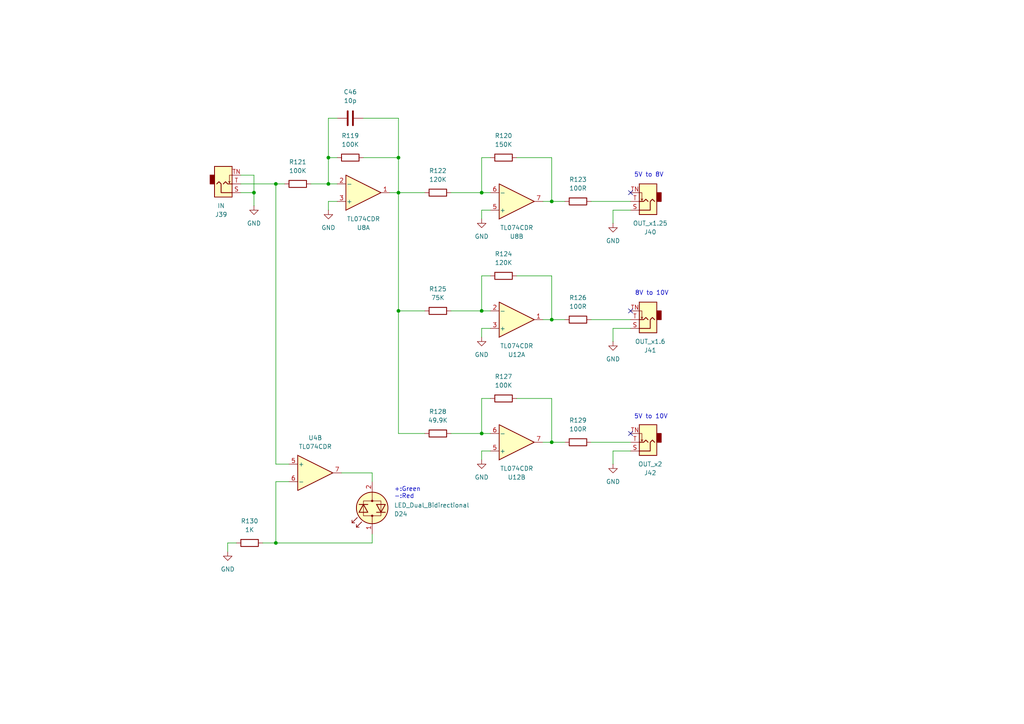
<source format=kicad_sch>
(kicad_sch (version 20250114) (generator "eeschema") (generator_version "9.0")
  (paper "A4")
  (title_block (title "Voltage Doubler") (date "2025-07-31") (rev "2.1") (company "StudioKAT"))
  (lib_symbols
    (symbol "Amplifier_Operational:TL074" (pin_names (offset 0.127))
      (property "Reference" "U" (at 0 5.08 0))
      (property "Value" "TL074" (at 0 -5.08 0))
      (symbol "TL074_1_1"
        (polyline (pts (xy -5.08 5.08) (xy 5.08 0) (xy -5.08 -5.08) (xy -5.08 5.08)) (stroke (width 0.254)) (fill (type background)))
        (pin input line (at -7.62 2.54 0) (length 2.54) (name "+") (number "3"))
        (pin input line (at -7.62 -2.54 0) (length 2.54) (name "-") (number "2"))
        (pin output line (at 7.62 0 180) (length 2.54) (name "~") (number "1"))
      )
      (symbol "TL074_2_1"
        (polyline (pts (xy -5.08 5.08) (xy 5.08 0) (xy -5.08 -5.08) (xy -5.08 5.08)) (stroke (width 0.254)) (fill (type background)))
        (pin input line (at -7.62 2.54 0) (length 2.54) (name "+") (number "5"))
        (pin input line (at -7.62 -2.54 0) (length 2.54) (name "-") (number "6"))
        (pin output line (at 7.62 0 180) (length 2.54) (name "~") (number "7"))
      )
      (symbol "TL074_3_1"
        (polyline (pts (xy -5.08 5.08) (xy 5.08 0) (xy -5.08 -5.08) (xy -5.08 5.08)) (stroke (width 0.254)) (fill (type background)))
        (pin input line (at -7.62 2.54 0) (length 2.54) (name "+") (number "10"))
        (pin input line (at -7.62 -2.54 0) (length 2.54) (name "-") (number "9"))
        (pin output line (at 7.62 0 180) (length 2.54) (name "~") (number "8"))
      )
      (symbol "TL074_4_1"
        (polyline (pts (xy -5.08 5.08) (xy 5.08 0) (xy -5.08 -5.08) (xy -5.08 5.08)) (stroke (width 0.254)) (fill (type background)))
        (pin input line (at -7.62 2.54 0) (length 2.54) (name "+") (number "12"))
        (pin input line (at -7.62 -2.54 0) (length 2.54) (name "-") (number "13"))
        (pin output line (at 7.62 0 180) (length 2.54) (name "~") (number "14"))
      )
      (symbol "TL074_5_1"
        (pin power_in line (at -2.54 7.62 270) (length 3.81) (name "V+") (number "4"))
        (pin power_in line (at -2.54 -7.62 90) (length 3.81) (name "V-") (number "11"))
      )
    )
    (symbol "Connector_Audio:AudioJack2_SwitchT"
      (property "Reference" "J" (at 0 8.89 0))
      (property "Value" "AudioJack2_SwitchT" (at 0 6.35 0))
      (symbol "AudioJack2_SwitchT_0_1"
        (rectangle (start -2.54 0) (end -3.81 -2.54) (stroke (width 0.254)) (fill (type outline)))
        (polyline (pts (xy 0 0) (xy 0.635 -0.635) (xy 1.27 0) (xy 2.54 0)) (stroke (width 0.254)))
        (polyline (pts (xy 1.778 -0.254) (xy 2.032 -0.762)))
        (rectangle (start 2.54 3.81) (end -2.54 -5.08) (stroke (width 0.254)) (fill (type background)))
        (polyline (pts (xy 2.54 2.54) (xy -0.635 2.54) (xy -0.635 0) (xy -1.27 -0.635) (xy -1.905 0)) (stroke (width 0.254)))
        (polyline (pts (xy 2.54 -2.54) (xy 1.778 -2.54) (xy 1.778 -0.254) (xy 1.524 -0.762)))
      )
      (symbol "AudioJack2_SwitchT_1_1"
        (pin passive line (at 5.08 2.54 180) (length 2.54) (name "~") (number "S"))
        (pin passive line (at 5.08 0 180) (length 2.54) (name "~") (number "T"))
        (pin passive line (at 5.08 -2.54 180) (length 2.54) (name "~") (number "TN"))
      )
    )
    (symbol "Device:C" (pin_numbers (hide yes)) (pin_names (offset 0.254))
      (property "Reference" "C" (at 0.635 2.54 0))
      (property "Value" "C" (at 0.635 -2.54 0))
      (symbol "C_0_1"
        (polyline (pts (xy -2.032 0.762) (xy 2.032 0.762)) (stroke (width 0.508)))
        (polyline (pts (xy -2.032 -0.762) (xy 2.032 -0.762)) (stroke (width 0.508)))
      )
      (symbol "C_1_1"
        (pin passive line (at 0 3.81 270) (length 2.794) (name "~") (number "1"))
        (pin passive line (at 0 -3.81 90) (length 2.794) (name "~") (number "2"))
      )
    )
    (symbol "Device:LED_Dual_Bidirectional" (pin_names (offset 0) (hide yes))
      (property "Reference" "D" (at 0 5.715 0))
      (property "Value" "LED_Dual_Bidirectional" (at 0 -6.35 0))
      (symbol "LED_Dual_Bidirectional_0_1"
        (polyline (pts (xy -4.572 0) (xy -2.54 0)))
        (circle (center -2.032 0) (radius 0.254) (fill (type outline)))
        (polyline (pts (xy -2.032 0) (xy -2.54 0)))
        (polyline (pts (xy -1.016 3.81) (xy -1.016 1.27)) (stroke (width 0.254)))
        (polyline (pts (xy -1.016 -1.27) (xy -1.016 -3.81) (xy 1.27 -2.54) (xy -1.016 -1.27)) (stroke (width 0.254)))
        (circle (center 0 0) (radius 4.572) (stroke (width 0.254)) (fill (type background)))
        (polyline (pts (xy 1.27 3.81) (xy 1.27 1.27) (xy -1.016 2.54) (xy 1.27 3.81)) (stroke (width 0.254)))
        (polyline (pts (xy 1.27 -1.27) (xy 1.27 -3.81)) (stroke (width 0.254)))
        (polyline (pts (xy 2.286 2.54) (xy -2.032 2.54) (xy -2.032 -2.54) (xy 2.286 -2.54) (xy 2.286 2.54)))
        (circle (center 2.286 0) (radius 0.254) (fill (type outline)))
        (polyline (pts (xy 2.794 4.318) (xy 4.318 5.842) (xy 3.556 5.842)) (stroke (width 0.2032)))
        (polyline (pts (xy 4.064 3.048) (xy 5.588 4.572) (xy 4.826 4.572)) (stroke (width 0.2032)))
        (polyline (pts (xy 4.064 0) (xy 2.286 0)) (fill (type outline)))
        (polyline (pts (xy 4.318 5.842) (xy 4.318 5.08)) (stroke (width 0.2032)))
        (polyline (pts (xy 5.588 4.572) (xy 5.588 3.81)) (stroke (width 0.2032)))
      )
      (symbol "LED_Dual_Bidirectional_1_1"
        (pin input line (at -7.62 0 0) (length 3.048) (name "AK") (number "2"))
        (pin input line (at 7.62 0 180) (length 3.81) (name "KA") (number "1"))
      )
    )
    (symbol "Device:R" (pin_numbers (hide yes)) (pin_names (offset 0))
      (property "Reference" "R" (at 2.032 0 90))
      (property "Value" "R" (at 0 0 90))
      (symbol "R_0_1"
        (rectangle (start -1.016 -2.54) (end 1.016 2.54) (stroke (width 0.254)))
      )
      (symbol "R_1_1"
        (pin passive line (at 0 3.81 270) (length 1.27) (name "~") (number "1"))
        (pin passive line (at 0 -3.81 90) (length 1.27) (name "~") (number "2"))
      )
    )
    (symbol "power:GND" (power) (pin_numbers (hide yes)) (pin_names (offset 0) (hide yes))
      (property "Value" "GND" (at 0 -3.81 0))
      (symbol "GND_0_1"
        (polyline (pts (xy 0 0) (xy 0 -1.27) (xy 1.27 -1.27) (xy 0 -2.54) (xy -1.27 -1.27) (xy 0 -1.27)))
      )
      (symbol "GND_1_1"
        (pin power_in line (at 0 0 270) (length 0) (name "~") (number "1"))
      )
    )
  )
  (text "8V to 10V" (at 184.15 85.09 0) (effects (font (size 1.27 1.27)) (justify left)))
  (text "5V to 10V" (at 183.896 120.904 0) (effects (font (size 1.27 1.27)) (justify left)))
  (text "+:Green\n-:Red" (at 114.3 143.002 0) (effects (font (size 1.27 1.27)) (justify left)))
  (text "5V to 8V" (at 183.896 50.8 0) (effects (font (size 1.27 1.27)) (justify left)))
  (junction (at 73.66 55.88))
  (junction (at 115.57 90.17))
  (junction (at 139.7 125.73))
  (junction (at 95.25 45.72))
  (junction (at 160.02 128.27))
  (junction (at 80.01 157.48))
  (junction (at 95.25 53.34))
  (junction (at 139.7 55.88))
  (junction (at 80.01 53.34))
  (junction (at 115.57 45.72))
  (junction (at 160.02 92.71))
  (junction (at 115.57 55.88))
  (junction (at 160.02 58.42))
  (junction (at 139.7 90.17))
  (no_connect (at 182.88 55.88))
  (no_connect (at 182.88 125.73))
  (no_connect (at 182.88 90.17))
  (wire (pts (xy 97.79 58.42) (xy 95.25 58.42)))
  (wire (pts (xy 142.24 115.57) (xy 139.7 115.57)))
  (wire (pts (xy 149.86 80.01) (xy 160.02 80.01)))
  (wire (pts (xy 99.06 137.16) (xy 107.95 137.16)))
  (wire (pts (xy 123.19 125.73) (xy 115.57 125.73)))
  (wire (pts (xy 139.7 45.72) (xy 139.7 55.88)))
  (wire (pts (xy 142.24 95.25) (xy 139.7 95.25)))
  (wire (pts (xy 130.81 90.17) (xy 139.7 90.17)))
  (wire (pts (xy 139.7 55.88) (xy 142.24 55.88)))
  (wire (pts (xy 171.45 128.27) (xy 182.88 128.27)))
  (wire (pts (xy 76.2 157.48) (xy 80.01 157.48)))
  (wire (pts (xy 130.81 125.73) (xy 139.7 125.73)))
  (wire (pts (xy 139.7 95.25) (xy 139.7 97.79)))
  (wire (pts (xy 115.57 45.72) (xy 115.57 55.88)))
  (wire (pts (xy 107.95 137.16) (xy 107.95 139.7)))
  (wire (pts (xy 149.86 45.72) (xy 160.02 45.72)))
  (wire (pts (xy 107.95 157.48) (xy 80.01 157.48)))
  (wire (pts (xy 142.24 80.01) (xy 139.7 80.01)))
  (wire (pts (xy 182.88 60.96) (xy 177.8 60.96)))
  (wire (pts (xy 80.01 134.62) (xy 80.01 53.34)))
  (wire (pts (xy 80.01 139.7) (xy 80.01 157.48)))
  (wire (pts (xy 160.02 115.57) (xy 160.02 128.27)))
  (wire (pts (xy 115.57 34.29) (xy 115.57 45.72)))
  (wire (pts (xy 97.79 34.29) (xy 95.25 34.29)))
  (wire (pts (xy 123.19 90.17) (xy 115.57 90.17)))
  (wire (pts (xy 90.17 53.34) (xy 95.25 53.34)))
  (wire (pts (xy 115.57 90.17) (xy 115.57 55.88)))
  (wire (pts (xy 69.85 50.8) (xy 73.66 50.8)))
  (wire (pts (xy 171.45 92.71) (xy 182.88 92.71)))
  (wire (pts (xy 95.25 34.29) (xy 95.25 45.72)))
  (wire (pts (xy 142.24 60.96) (xy 139.7 60.96)))
  (wire (pts (xy 105.41 34.29) (xy 115.57 34.29)))
  (wire (pts (xy 177.8 60.96) (xy 177.8 64.77)))
  (wire (pts (xy 139.7 60.96) (xy 139.7 63.5)))
  (wire (pts (xy 69.85 53.34) (xy 80.01 53.34)))
  (wire (pts (xy 73.66 55.88) (xy 73.66 59.69)))
  (wire (pts (xy 182.88 130.81) (xy 177.8 130.81)))
  (wire (pts (xy 130.81 55.88) (xy 139.7 55.88)))
  (wire (pts (xy 80.01 139.7) (xy 83.82 139.7)))
  (wire (pts (xy 115.57 55.88) (xy 123.19 55.88)))
  (wire (pts (xy 139.7 80.01) (xy 139.7 90.17)))
  (wire (pts (xy 139.7 90.17) (xy 142.24 90.17)))
  (wire (pts (xy 182.88 95.25) (xy 177.8 95.25)))
  (wire (pts (xy 160.02 92.71) (xy 157.48 92.71)))
  (wire (pts (xy 160.02 58.42) (xy 163.83 58.42)))
  (wire (pts (xy 139.7 125.73) (xy 142.24 125.73)))
  (wire (pts (xy 80.01 53.34) (xy 82.55 53.34)))
  (wire (pts (xy 160.02 128.27) (xy 163.83 128.27)))
  (wire (pts (xy 95.25 53.34) (xy 97.79 53.34)))
  (wire (pts (xy 142.24 45.72) (xy 139.7 45.72)))
  (wire (pts (xy 83.82 134.62) (xy 80.01 134.62)))
  (wire (pts (xy 160.02 92.71) (xy 163.83 92.71)))
  (wire (pts (xy 149.86 115.57) (xy 160.02 115.57)))
  (wire (pts (xy 139.7 130.81) (xy 139.7 133.35)))
  (wire (pts (xy 160.02 58.42) (xy 157.48 58.42)))
  (wire (pts (xy 73.66 50.8) (xy 73.66 55.88)))
  (wire (pts (xy 177.8 95.25) (xy 177.8 99.06)))
  (wire (pts (xy 95.25 45.72) (xy 95.25 53.34)))
  (wire (pts (xy 66.04 157.48) (xy 68.58 157.48)))
  (wire (pts (xy 177.8 130.81) (xy 177.8 134.62)))
  (wire (pts (xy 95.25 58.42) (xy 95.25 60.96)))
  (wire (pts (xy 160.02 80.01) (xy 160.02 92.71)))
  (wire (pts (xy 97.79 45.72) (xy 95.25 45.72)))
  (wire (pts (xy 171.45 58.42) (xy 182.88 58.42)))
  (wire (pts (xy 115.57 125.73) (xy 115.57 90.17)))
  (wire (pts (xy 160.02 128.27) (xy 157.48 128.27)))
  (wire (pts (xy 66.04 160.02) (xy 66.04 157.48)))
  (wire (pts (xy 107.95 154.94) (xy 107.95 157.48)))
  (wire (pts (xy 139.7 115.57) (xy 139.7 125.73)))
  (wire (pts (xy 142.24 130.81) (xy 139.7 130.81)))
  (wire (pts (xy 115.57 55.88) (xy 113.03 55.88)))
  (wire (pts (xy 69.85 55.88) (xy 73.66 55.88)))
  (wire (pts (xy 105.41 45.72) (xy 115.57 45.72)))
  (wire (pts (xy 160.02 45.72) (xy 160.02 58.42)))
  (symbol (lib_id "Amplifier_Operational:TL074") (at 91.44 137.16 0) (unit 2)
    (property "Reference" "U4" (at 91.44 127 0))
    (property "Value" "TL074CDR" (at 91.44 129.54 0))
    (property "Footprint" "Package_SO:SOIC-14_3.9x8.7mm_P1.27mm" (effects (hide yes)))
    (property "Datasheet" "http://www.ti.com/lit/ds/symlink/tl071.pdf" (effects (hide yes)))
    (property "Description" "Quad Low-Noise JFET-Input Operational Amplifiers, DIP-14/SOIC-14" (effects (hide yes)))
    (property "LCSC" "C12594" (effects (hide yes)))
  )
  (symbol (lib_id "Amplifier_Operational:TL074") (at 149.86 58.42 0) (mirror x) (unit 2)
    (property "Reference" "U8" (at 149.86 68.58 0))
    (property "Value" "TL074CDR" (at 149.86 66.04 0))
    (property "Footprint" "Package_SO:SOIC-14_3.9x8.7mm_P1.27mm" (effects (hide yes)))
    (property "Datasheet" "http://www.ti.com/lit/ds/symlink/tl071.pdf" (effects (hide yes)))
    (property "Description" "Quad Low-Noise JFET-Input Operational Amplifiers, DIP-14/SOIC-14" (effects (hide yes)))
    (property "LCSC" "C12594" (effects (hide yes)))
  )
  (symbol (lib_id "Device:R") (at 167.64 92.71 90) (unit 1)
    (property "Reference" "R126" (at 167.64 86.36 90))
    (property "Value" "100R" (at 167.64 88.9 90))
    (property "Footprint" "Resistor_SMD:R_0402_1005Metric" (effects (hide yes)))
    (property "Description" "Resistor" (effects (hide yes)))
    (property "LCSC" "C25076" (effects (hide yes)))
  )
  (symbol (lib_id "Device:R") (at 167.64 128.27 90) (unit 1)
    (property "Reference" "R129" (at 167.64 121.92 90))
    (property "Value" "100R" (at 167.64 124.46 90))
    (property "Footprint" "Resistor_SMD:R_0402_1005Metric" (effects (hide yes)))
    (property "Description" "Resistor" (effects (hide yes)))
    (property "LCSC" "C25076" (effects (hide yes)))
  )
  (symbol (lib_id "Device:R") (at 127 55.88 90) (unit 1)
    (property "Reference" "R122" (at 127 49.53 90))
    (property "Value" "120K" (at 127 52.07 90))
    (property "Footprint" "Resistor_SMD:R_0402_1005Metric" (effects (hide yes)))
    (property "Description" "Resistor" (effects (hide yes)))
    (property "LCSC" "C25750" (effects (hide yes)))
  )
  (symbol (lib_id "power:GND") (at 177.8 64.77 0) (unit 1)
    (property "Reference" "#PWR0115" (effects (hide yes)))
    (property "Value" "GND" (at 177.8 69.85 0))
    (property "Description" "Power symbol creates a global label with name \"GND\" , ground" (effects (hide yes)))
  )
  (symbol (lib_id "Device:R") (at 167.64 58.42 90) (unit 1)
    (property "Reference" "R123" (at 167.64 52.07 90))
    (property "Value" "100R" (at 167.64 54.61 90))
    (property "Footprint" "Resistor_SMD:R_0402_1005Metric" (effects (hide yes)))
    (property "Description" "Resistor" (effects (hide yes)))
    (property "LCSC" "C25076" (effects (hide yes)))
  )
  (symbol (lib_id "Device:R") (at 146.05 80.01 90) (unit 1)
    (property "Reference" "R124" (at 146.05 73.66 90))
    (property "Value" "120K" (at 146.05 76.2 90))
    (property "Footprint" "Resistor_SMD:R_0402_1005Metric" (effects (hide yes)))
    (property "Description" "Resistor" (effects (hide yes)))
    (property "LCSC" "C25750" (effects (hide yes)))
  )
  (symbol (lib_id "Device:R") (at 101.6 45.72 90) (unit 1)
    (property "Reference" "R119" (at 101.6 39.37 90))
    (property "Value" "100K" (at 101.6 41.91 90))
    (property "Footprint" "Resistor_SMD:R_0402_1005Metric" (effects (hide yes)))
    (property "Description" "Resistor" (effects (hide yes)))
    (property "LCSC" "C25741" (effects (hide yes)))
  )
  (symbol (lib_id "Device:R") (at 146.05 115.57 90) (unit 1)
    (property "Reference" "R127" (at 146.05 109.22 90))
    (property "Value" "100K" (at 146.05 111.76 90))
    (property "Footprint" "Resistor_SMD:R_0402_1005Metric" (effects (hide yes)))
    (property "Description" "Resistor" (effects (hide yes)))
    (property "LCSC" "C25741" (effects (hide yes)))
  )
  (symbol (lib_id "power:GND") (at 66.04 160.02 0) (unit 1)
    (property "Reference" "#PWR0120" (effects (hide yes)))
    (property "Value" "GND" (at 66.04 165.1 0))
    (property "Description" "Power symbol creates a global label with name \"GND\" , ground" (effects (hide yes)))
  )
  (symbol (lib_id "power:GND") (at 139.7 133.35 0) (unit 1)
    (property "Reference" "#PWR0118" (effects (hide yes)))
    (property "Value" "GND" (at 139.7 138.43 0))
    (property "Description" "Power symbol creates a global label with name \"GND\" , ground" (effects (hide yes)))
  )
  (symbol (lib_id "power:GND") (at 73.66 59.69 0) (unit 1)
    (property "Reference" "#PWR0112" (effects (hide yes)))
    (property "Value" "GND" (at 73.66 64.77 0))
    (property "Description" "Power symbol creates a global label with name \"GND\" , ground" (effects (hide yes)))
  )
  (symbol (lib_id "Device:C") (at 101.6 34.29 90) (unit 1)
    (property "Reference" "C46" (at 101.6 26.67 90))
    (property "Value" "10p" (at 101.6 29.21 90))
    (property "Footprint" "Capacitor_SMD:C_0402_1005Metric" (effects (hide yes)))
    (property "Description" "Unpolarized capacitor" (effects (hide yes)))
    (property "LCSC" "C32949" (effects (hide yes)))
  )
  (symbol (lib_id "Connector_Audio:AudioJack2_SwitchT") (at 64.77 53.34 0) (mirror x) (unit 1)
    (property "Reference" "J39" (at 64.135 62.23 0))
    (property "Value" "IN" (at 64.135 59.69 0))
    (property "Footprint" "kat_eurorack:AudioJack_PJ301M-12" (effects (hide yes)))
    (property "Description" "Audio Jack, 2 Poles (Mono / TS), Switched T Pole (Normalling)" (effects (hide yes)))
  )
  (symbol (lib_id "Device:R") (at 127 125.73 90) (unit 1)
    (property "Reference" "R128" (at 127 119.38 90))
    (property "Value" "49.9K" (at 127 121.92 90))
    (property "Footprint" "Resistor_SMD:R_0402_1005Metric" (effects (hide yes)))
    (property "Description" "Resistor" (effects (hide yes)))
    (property "LCSC" "C25897" (effects (hide yes)))
  )
  (symbol (lib_id "Amplifier_Operational:TL074") (at 105.41 55.88 0) (mirror x) (unit 1)
    (property "Reference" "U8" (at 105.41 66.04 0))
    (property "Value" "TL074CDR" (at 105.41 63.5 0))
    (property "Footprint" "Package_SO:SOIC-14_3.9x8.7mm_P1.27mm" (effects (hide yes)))
    (property "Datasheet" "http://www.ti.com/lit/ds/symlink/tl071.pdf" (effects (hide yes)))
    (property "Description" "Quad Low-Noise JFET-Input Operational Amplifiers, DIP-14/SOIC-14" (effects (hide yes)))
    (property "LCSC" "C12594" (effects (hide yes)))
  )
  (symbol (lib_id "power:GND") (at 95.25 60.96 0) (unit 1)
    (property "Reference" "#PWR0113" (effects (hide yes)))
    (property "Value" "GND" (at 95.25 66.04 0))
    (property "Description" "Power symbol creates a global label with name \"GND\" , ground" (effects (hide yes)))
  )
  (symbol (lib_id "Device:R") (at 72.39 157.48 90) (unit 1)
    (property "Reference" "R130" (at 72.39 151.13 90))
    (property "Value" "1K" (at 72.39 153.67 90))
    (property "Footprint" "Resistor_SMD:R_0402_1005Metric" (effects (hide yes)))
    (property "Description" "Resistor" (effects (hide yes)))
    (property "LCSC" "C11702" (effects (hide yes)))
  )
  (symbol (lib_id "Amplifier_Operational:TL074") (at 149.86 92.71 0) (mirror x) (unit 1)
    (property "Reference" "U12" (at 149.86 102.87 0))
    (property "Value" "TL074CDR" (at 149.86 100.33 0))
    (property "Footprint" "Package_SO:SOIC-14_3.9x8.7mm_P1.27mm" (effects (hide yes)))
    (property "Datasheet" "http://www.ti.com/lit/ds/symlink/tl071.pdf" (effects (hide yes)))
    (property "Description" "Quad Low-Noise JFET-Input Operational Amplifiers, DIP-14/SOIC-14" (effects (hide yes)))
    (property "LCSC" "C12594" (effects (hide yes)))
  )
  (symbol (lib_id "Connector_Audio:AudioJack2_SwitchT") (at 187.96 92.71 180) (unit 1)
    (property "Reference" "J41" (at 188.595 101.6 0))
    (property "Value" "OUT_x1.6" (at 188.595 99.06 0))
    (property "Footprint" "kat_eurorack:AudioJack_PJ301M-12" (effects (hide yes)))
    (property "Description" "Audio Jack, 2 Poles (Mono / TS), Switched T Pole (Normalling)" (effects (hide yes)))
  )
  (symbol (lib_id "Device:R") (at 86.36 53.34 90) (unit 1)
    (property "Reference" "R121" (at 86.36 46.99 90))
    (property "Value" "100K" (at 86.36 49.53 90))
    (property "Footprint" "Resistor_SMD:R_0402_1005Metric" (effects (hide yes)))
    (property "Description" "Resistor" (effects (hide yes)))
    (property "LCSC" "C25741" (effects (hide yes)))
  )
  (symbol (lib_id "power:GND") (at 139.7 97.79 0) (unit 1)
    (property "Reference" "#PWR0116" (effects (hide yes)))
    (property "Value" "GND" (at 139.7 102.87 0))
    (property "Description" "Power symbol creates a global label with name \"GND\" , ground" (effects (hide yes)))
  )
  (symbol (lib_id "Amplifier_Operational:TL074") (at 149.86 128.27 0) (mirror x) (unit 2)
    (property "Reference" "U12" (at 149.86 138.43 0))
    (property "Value" "TL074CDR" (at 149.86 135.89 0))
    (property "Footprint" "Package_SO:SOIC-14_3.9x8.7mm_P1.27mm" (effects (hide yes)))
    (property "Datasheet" "http://www.ti.com/lit/ds/symlink/tl071.pdf" (effects (hide yes)))
    (property "Description" "Quad Low-Noise JFET-Input Operational Amplifiers, DIP-14/SOIC-14" (effects (hide yes)))
    (property "LCSC" "C12594" (effects (hide yes)))
  )
  (symbol (lib_id "Device:LED_Dual_Bidirectional") (at 107.95 147.32 90) (mirror x) (unit 1)
    (property "Reference" "D24" (at 114.3 149.0854 90) (effects (justify right)))
    (property "Value" "LED_Dual_Bidirectional" (at 114.3 146.5454 90) (effects (justify right)))
    (property "Footprint" "LED_THT:LED_D3.0mm" (effects (hide yes)))
    (property "Description" "Dual LED, bidirectional" (effects (hide yes)))
  )
  (symbol (lib_id "Connector_Audio:AudioJack2_SwitchT") (at 187.96 128.27 180) (unit 1)
    (property "Reference" "J42" (at 188.595 137.16 0))
    (property "Value" "OUT_x2" (at 188.595 134.62 0))
    (property "Footprint" "kat_eurorack:AudioJack_PJ301M-12" (effects (hide yes)))
    (property "Description" "Audio Jack, 2 Poles (Mono / TS), Switched T Pole (Normalling)" (effects (hide yes)))
  )
  (symbol (lib_id "power:GND") (at 177.8 99.06 0) (unit 1)
    (property "Reference" "#PWR0117" (effects (hide yes)))
    (property "Value" "GND" (at 177.8 104.14 0))
    (property "Description" "Power symbol creates a global label with name \"GND\" , ground" (effects (hide yes)))
  )
  (symbol (lib_id "Device:R") (at 146.05 45.72 90) (unit 1)
    (property "Reference" "R120" (at 146.05 39.37 90))
    (property "Value" "150K" (at 146.05 41.91 90))
    (property "Footprint" "Resistor_SMD:R_0402_1005Metric" (effects (hide yes)))
    (property "Description" "Resistor" (effects (hide yes)))
    (property "LCSC" "C25755" (effects (hide yes)))
  )
  (symbol (lib_id "power:GND") (at 177.8 134.62 0) (unit 1)
    (property "Reference" "#PWR0119" (effects (hide yes)))
    (property "Value" "GND" (at 177.8 139.7 0))
    (property "Description" "Power symbol creates a global label with name \"GND\" , ground" (effects (hide yes)))
  )
  (symbol (lib_id "power:GND") (at 139.7 63.5 0) (unit 1)
    (property "Reference" "#PWR0114" (effects (hide yes)))
    (property "Value" "GND" (at 139.7 68.58 0))
    (property "Description" "Power symbol creates a global label with name \"GND\" , ground" (effects (hide yes)))
  )
  (symbol (lib_id "Device:R") (at 127 90.17 90) (unit 1)
    (property "Reference" "R125" (at 127 83.82 90))
    (property "Value" "75K" (at 127 86.36 90))
    (property "Footprint" "Resistor_SMD:R_0402_1005Metric" (effects (hide yes)))
    (property "Description" "Resistor" (effects (hide yes)))
    (property "LCSC" "C25798" (effects (hide yes)))
  )
  (symbol (lib_id "Connector_Audio:AudioJack2_SwitchT") (at 187.96 58.42 180) (unit 1)
    (property "Reference" "J40" (at 188.595 67.31 0))
    (property "Value" "OUT_x1.25" (at 188.595 64.77 0))
    (property "Footprint" "kat_eurorack:AudioJack_PJ301M-12" (effects (hide yes)))
    (property "Description" "Audio Jack, 2 Poles (Mono / TS), Switched T Pole (Normalling)" (effects (hide yes)))
  )
)
</source>
